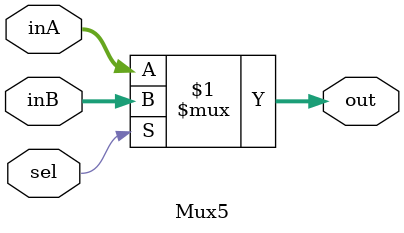
<source format=v>
`timescale 1ns / 1ps
module Mux5(
    input sel,
    input [4:0] inA,
    input [4:0] inB,
	output [4:0] out
    );
	
	assign out = sel ? inB : inA;

endmodule

</source>
